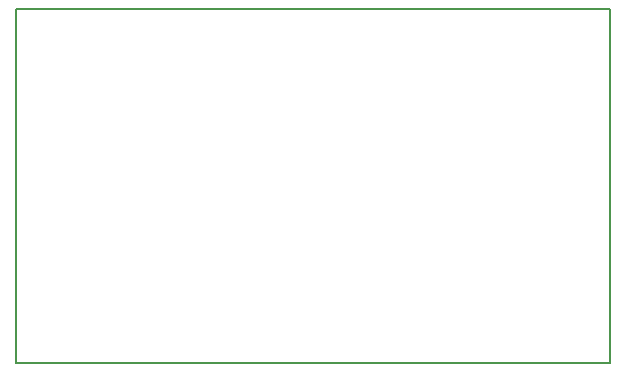
<source format=gbr>
%TF.GenerationSoftware,KiCad,Pcbnew,6.0.10+dfsg-1~bpo11+1*%
%TF.CreationDate,2023-02-13T19:46:52+00:00*%
%TF.ProjectId,ISM02B,49534d30-3242-42e6-9b69-6361645f7063,REV*%
%TF.SameCoordinates,Original*%
%TF.FileFunction,Profile,NP*%
%FSLAX46Y46*%
G04 Gerber Fmt 4.6, Leading zero omitted, Abs format (unit mm)*
G04 Created by KiCad (PCBNEW 6.0.10+dfsg-1~bpo11+1) date 2023-02-13 19:46:52*
%MOMM*%
%LPD*%
G01*
G04 APERTURE LIST*
%TA.AperFunction,Profile*%
%ADD10C,0.150000*%
%TD*%
G04 APERTURE END LIST*
D10*
X134874000Y-99314000D02*
X134874000Y-129286000D01*
X134874000Y-99314000D02*
X185166000Y-99314000D01*
X185166000Y-129286000D02*
X134874000Y-129286000D01*
X185166000Y-129286000D02*
X185166000Y-99314000D01*
M02*

</source>
